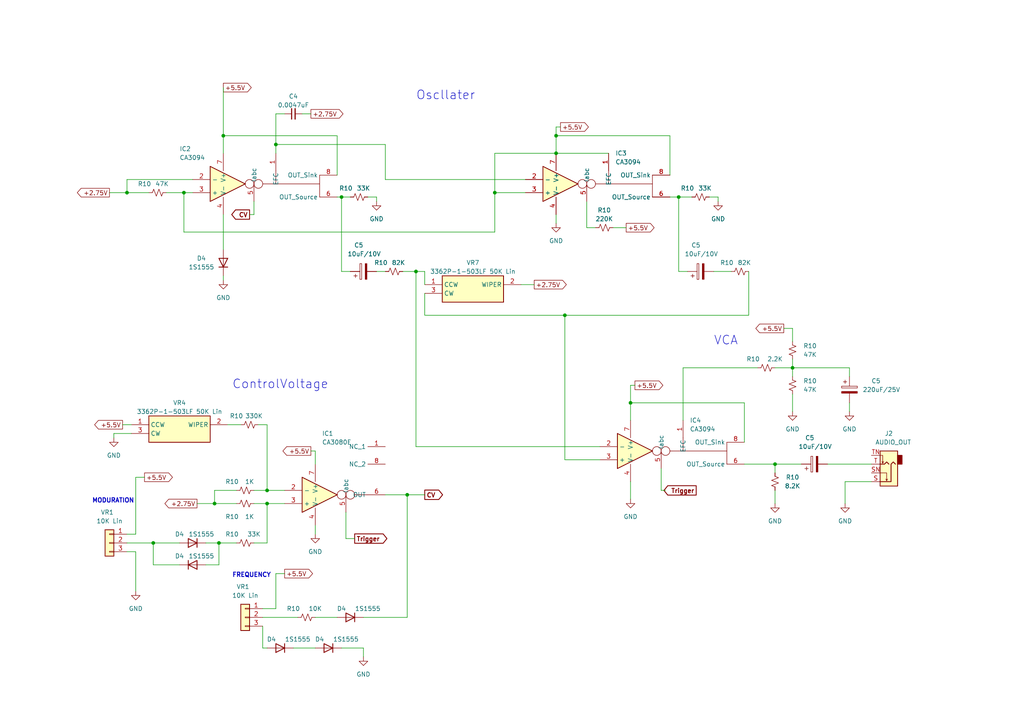
<source format=kicad_sch>
(kicad_sch (version 20230121) (generator eeschema)
  (paper "A4")
  (lib_symbols
    (symbol "Connector_Audio:NMJ4HFD2"
      (property "Reference" "J" (at 0 11.43 0))
      (property "Value" "NMJ4HFD2" (at 0 8.89 0))
      (symbol "NMJ4HFD2_0_1"
        (rectangle (start -2.54 0) (end -3.81 -2.54) (stroke (width 0.254)) (fill (type outline)))
        (rectangle (start 2.54 6.35) (end -2.54 -3.81) (stroke (width 0.254)) (fill (type background)))
      )
      (symbol "NMJ4HFD2_1_1"
        (polyline (pts (xy 0.635 4.826) (xy 0.889 4.318)))
        (polyline (pts (xy 1.778 -0.254) (xy 2.032 -0.762)))
        (polyline (pts (xy 0 0) (xy 0.635 -0.635) (xy 1.27 0) (xy 2.54 0)) (stroke (width 0.254)))
        (polyline (pts (xy 2.54 -2.54) (xy 1.778 -2.54) (xy 1.778 -0.254) (xy 1.524 -0.762)))
        (polyline (pts (xy 2.54 2.54) (xy 0.635 2.54) (xy 0.635 4.826) (xy 0.381 4.318)))
        (polyline (pts (xy 2.54 5.08) (xy -0.635 5.08) (xy -0.635 0) (xy -1.27 -0.635) (xy -1.905 0)) (stroke (width 0.254)))
        (pin passive line (at 5.08 5.08 180) (length 2.54) (name "~") (number "S"))
        (pin passive line (at 5.08 2.54 180) (length 2.54) (name "~") (number "SN"))
        (pin passive line (at 5.08 0 180) (length 2.54) (name "~") (number "T"))
        (pin passive line (at 5.08 -2.54 180) (length 2.54) (name "~") (number "TN"))
      )
    )
    (symbol "Connector_Generic:Conn_01x03" (pin_names (offset 1.016) hide)
      (property "Reference" "J" (at 0 5.08 0))
      (property "Value" "Conn_01x03" (at 0 -5.08 0))
      (symbol "Conn_01x03_1_1"
        (rectangle (start -1.27 -2.413) (end 0 -2.667) (stroke (width 0.1524)))
        (rectangle (start -1.27 0.127) (end 0 -0.127) (stroke (width 0.1524)))
        (rectangle (start -1.27 2.667) (end 0 2.413) (stroke (width 0.1524)))
        (rectangle (start -1.27 3.81) (end 1.27 -3.81) (stroke (width 0.254)) (fill (type background)))
        (pin passive line (at -5.08 2.54 0) (length 3.81) (name "Pin_1") (number "1"))
        (pin passive line (at -5.08 0 0) (length 3.81) (name "Pin_2") (number "2"))
        (pin passive line (at -5.08 -2.54 0) (length 3.81) (name "Pin_3") (number "3"))
      )
    )
    (symbol "Device:C_Polarized" (pin_numbers hide) (pin_names (offset 0.254))
      (property "Reference" "C" (at 0.635 2.54 0))
      (property "Value" "C_Polarized" (at 0.635 -2.54 0))
      (symbol "C_Polarized_0_1"
        (rectangle (start -2.286 0.508) (end 2.286 1.016))
        (polyline (pts (xy -1.778 2.286) (xy -0.762 2.286)))
        (polyline (pts (xy -1.27 2.794) (xy -1.27 1.778)))
        (rectangle (start 2.286 -0.508) (end -2.286 -1.016) (fill (type outline)))
      )
      (symbol "C_Polarized_1_1"
        (pin passive line (at 0 3.81 270) (length 2.794) (name "~") (number "1"))
        (pin passive line (at 0 -3.81 90) (length 2.794) (name "~") (number "2"))
      )
    )
    (symbol "Device:C_Small" (pin_numbers hide) (pin_names (offset 0.254) hide)
      (property "Reference" "C" (at 0.254 1.778 0))
      (property "Value" "C_Small" (at 0.254 -2.032 0))
      (symbol "C_Small_0_1"
        (polyline (pts (xy -1.524 -0.508) (xy 1.524 -0.508)) (stroke (width 0.3302)))
        (polyline (pts (xy -1.524 0.508) (xy 1.524 0.508)) (stroke (width 0.3048)))
      )
      (symbol "C_Small_1_1"
        (pin passive line (at 0 2.54 270) (length 2.032) (name "~") (number "1"))
        (pin passive line (at 0 -2.54 90) (length 2.032) (name "~") (number "2"))
      )
    )
    (symbol "Device:D" (pin_numbers hide) (pin_names (offset 1.016) hide)
      (property "Reference" "D" (at 0 2.54 0))
      (property "Value" "D" (at 0 -2.54 0))
      (symbol "D_0_1"
        (polyline (pts (xy -1.27 1.27) (xy -1.27 -1.27)) (stroke (width 0.254)))
        (polyline (pts (xy 1.27 0) (xy -1.27 0)))
        (polyline (pts (xy 1.27 1.27) (xy 1.27 -1.27) (xy -1.27 0) (xy 1.27 1.27)) (stroke (width 0.254)))
      )
      (symbol "D_1_1"
        (pin passive line (at -3.81 0 0) (length 2.54) (name "K") (number "1"))
        (pin passive line (at 3.81 0 180) (length 2.54) (name "A") (number "2"))
      )
    )
    (symbol "Device:R_Small_US" (pin_numbers hide) (pin_names (offset 0.254) hide)
      (property "Reference" "R" (at 0.762 0.508 0))
      (property "Value" "R_Small_US" (at 0.762 -1.016 0))
      (symbol "R_Small_US_1_1"
        (polyline (pts (xy 0 0) (xy 1.016 -0.381) (xy 0 -0.762) (xy -1.016 -1.143) (xy 0 -1.524)))
        (polyline (pts (xy 0 1.524) (xy 1.016 1.143) (xy 0 0.762) (xy -1.016 0.381) (xy 0 0)))
        (pin passive line (at 0 2.54 270) (length 1.016) (name "~") (number "1"))
        (pin passive line (at 0 -2.54 90) (length 1.016) (name "~") (number "2"))
      )
    )
    (symbol "SamacSys_Parts:3362P-1-103LF"
      (property "Reference" "VR" (at 24.13 7.62 0))
      (property "Value" "3362P-1-103LF" (at 24.13 5.08 0))
      (symbol "3362P-1-103LF_1_1"
        (rectangle (start 5.08 2.54) (end 22.86 -5.08) (stroke (width 0.254)) (fill (type background)))
        (pin passive line (at 0 0 0) (length 5.08) (name "CCW") (number "1"))
        (pin passive line (at 27.94 0 180) (length 5.08) (name "WIPER") (number "2"))
        (pin passive line (at 0 -2.54 0) (length 5.08) (name "CW") (number "3"))
      )
    )
    (symbol "SamacSys_Parts:CA3080E"
      (property "Reference" "IC" (at -12.7 11.43 0))
      (property "Value" "CA3080E" (at -12.7 8.89 0))
      (symbol "CA3080E_0_1"
        (polyline (pts (xy 15.24 0) (xy 11.43 0)))
        (polyline (pts (xy 6.35 0) (xy -3.81 -5.08) (xy -3.81 5.08) (xy 6.35 0)) (stroke (width 0.254)) (fill (type background)))
        (circle (center 7.62 0) (radius 1.27))
        (circle (center 10.16 0) (radius 1.27))
      )
      (symbol "CA3080E_1_1"
        (pin passive line (at 20.32 13.97 180) (length 5.08) (name "NC_1") (number "1"))
        (pin passive line (at -8.89 1.27 0) (length 5.08) (name "-") (number "2"))
        (pin passive line (at -8.89 -2.54 0) (length 5.08) (name "+") (number "3"))
        (pin passive line (at 0 -8.89 90) (length 5.08) (name "V-") (number "4"))
        (pin passive line (at 8.89 -5.08 90) (length 5.08) (name "Iabc") (number "5"))
        (pin passive line (at 20.32 0 180) (length 5.08) (name "OUT") (number "6"))
        (pin passive line (at 0 8.89 270) (length 5.08) (name "V+") (number "7"))
        (pin passive line (at 20.32 8.89 180) (length 5.08) (name "NC_2") (number "8"))
      )
    )
    (symbol "SamacSys_Parts:CA3094"
      (property "Reference" "IC" (at -12.7 11.43 0))
      (property "Value" "CA3094" (at -12.7 8.89 0))
      (symbol "CA3094_0_1"
        (polyline (pts (xy 15.24 3.81) (xy 15.24 0)))
        (polyline (pts (xy 27.94 0) (xy 11.43 0)))
        (polyline (pts (xy 27.94 2.54) (xy 27.94 -3.81)))
        (polyline (pts (xy 6.35 0) (xy -3.81 -5.08) (xy -3.81 5.08) (xy 6.35 0)) (stroke (width 0.254)) (fill (type background)))
        (circle (center 7.62 0) (radius 1.27))
        (circle (center 10.16 0) (radius 1.27))
      )
      (symbol "CA3094_1_1"
        (pin passive line (at 15.24 8.89 270) (length 5.08) (name "EFC") (number "1"))
        (pin passive line (at -8.89 1.27 0) (length 5.08) (name "-") (number "2"))
        (pin passive line (at -8.89 -2.54 0) (length 5.08) (name "+") (number "3"))
        (pin passive line (at 0 -8.89 90) (length 5.08) (name "V-") (number "4"))
        (pin passive line (at 8.89 -5.08 90) (length 5.08) (name "Iabc") (number "5"))
        (pin passive line (at 33.02 -3.81 180) (length 5.08) (name "OUT_Source") (number "6"))
        (pin passive line (at 0 8.89 270) (length 5.08) (name "V+") (number "7"))
        (pin passive line (at 33.02 2.54 180) (length 5.08) (name "OUT_Sink") (number "8"))
      )
    )
    (symbol "power:GND" (power) (pin_names (offset 0))
      (property "Value" "GND" (at 0 -3.81 0))
      (symbol "GND_0_1"
        (polyline (pts (xy 0 0) (xy 0 -1.27) (xy 1.27 -1.27) (xy 0 -2.54) (xy -1.27 -1.27) (xy 0 -1.27)))
      )
      (symbol "GND_1_1"
        (pin power_in line (at 0 0 270) (length 0) hide (name "GND") (number "1"))
      )
    )
  )
  (junction (at 161.29 39.37))
  (junction (at 36.83 55.88))
  (junction (at 229.87 106.68))
  (junction (at 118.11 143.51))
  (junction (at 64.77 39.37))
  (junction (at 62.23 146.05))
  (junction (at 99.06 57.15))
  (junction (at 196.85 57.15))
  (junction (at 224.79 134.62))
  (junction (at 80.01 41.91))
  (junction (at 120.65 78.74))
  (junction (at 161.29 44.45))
  (junction (at 77.47 142.24))
  (junction (at 63.5 157.48))
  (junction (at 53.34 55.88))
  (junction (at 77.47 146.05))
  (junction (at 44.45 157.48))
  (junction (at 182.88 116.84))
  (junction (at 163.83 91.44))
  (junction (at 143.51 55.88))
  (wire (pts (xy 36.83 52.07) (xy 36.83 55.88)))
  (wire (pts (xy 73.66 157.48) (xy 77.47 157.48)))
  (wire (pts (xy 163.83 91.44) (xy 123.19 91.44)))
  (wire (pts (xy 102.87 156.21) (xy 100.33 156.21)))
  (wire (pts (xy 44.45 163.83) (xy 44.45 157.48)))
  (wire (pts (xy 77.47 157.48) (xy 77.47 146.05)))
  (wire (pts (xy 62.23 142.24) (xy 62.23 146.05)))
  (wire (pts (xy 99.06 187.96) (xy 105.41 187.96)))
  (wire (pts (xy 229.87 104.14) (xy 229.87 106.68)))
  (wire (pts (xy 59.69 157.48) (xy 63.5 157.48)))
  (wire (pts (xy 172.72 66.04) (xy 170.18 66.04)))
  (wire (pts (xy 73.66 142.24) (xy 77.47 142.24)))
  (wire (pts (xy 76.2 179.07) (xy 86.36 179.07)))
  (wire (pts (xy 246.38 116.84) (xy 246.38 119.38)))
  (wire (pts (xy 161.29 44.45) (xy 143.51 44.45)))
  (wire (pts (xy 176.53 44.45) (xy 161.29 44.45)))
  (wire (pts (xy 193.04 142.24) (xy 191.77 142.24)))
  (wire (pts (xy 64.77 62.23) (xy 64.77 72.39)))
  (wire (pts (xy 161.29 36.83) (xy 161.29 39.37)))
  (wire (pts (xy 224.79 134.62) (xy 232.41 134.62)))
  (wire (pts (xy 215.9 128.27) (xy 215.9 116.84)))
  (wire (pts (xy 215.9 134.62) (xy 224.79 134.62)))
  (wire (pts (xy 182.88 111.76) (xy 182.88 116.84)))
  (wire (pts (xy 76.2 187.96) (xy 77.47 187.96)))
  (wire (pts (xy 217.17 78.74) (xy 217.17 91.44)))
  (wire (pts (xy 161.29 39.37) (xy 161.29 44.45)))
  (wire (pts (xy 73.66 62.23) (xy 72.39 62.23)))
  (wire (pts (xy 118.11 179.07) (xy 118.11 143.51)))
  (wire (pts (xy 66.04 123.19) (xy 69.85 123.19)))
  (wire (pts (xy 62.23 146.05) (xy 68.58 146.05)))
  (wire (pts (xy 63.5 157.48) (xy 68.58 157.48)))
  (wire (pts (xy 116.84 78.74) (xy 120.65 78.74)))
  (wire (pts (xy 224.79 134.62) (xy 224.79 137.16)))
  (wire (pts (xy 118.11 143.51) (xy 111.76 143.51)))
  (wire (pts (xy 252.73 139.7) (xy 245.11 139.7)))
  (wire (pts (xy 105.41 187.96) (xy 105.41 190.5)))
  (wire (pts (xy 152.4 52.07) (xy 111.76 52.07)))
  (wire (pts (xy 151.13 82.55) (xy 154.94 82.55)))
  (wire (pts (xy 143.51 44.45) (xy 143.51 55.88)))
  (wire (pts (xy 48.26 55.88) (xy 53.34 55.88)))
  (wire (pts (xy 53.34 55.88) (xy 53.34 67.31)))
  (wire (pts (xy 198.12 106.68) (xy 198.12 121.92)))
  (wire (pts (xy 38.1 125.73) (xy 33.02 125.73)))
  (wire (pts (xy 184.15 111.76) (xy 182.88 111.76)))
  (wire (pts (xy 90.17 130.81) (xy 91.44 130.81)))
  (wire (pts (xy 63.5 163.83) (xy 59.69 163.83)))
  (wire (pts (xy 85.09 187.96) (xy 91.44 187.96)))
  (wire (pts (xy 77.47 146.05) (xy 82.55 146.05)))
  (wire (pts (xy 39.37 160.02) (xy 39.37 171.45)))
  (wire (pts (xy 246.38 106.68) (xy 246.38 109.22)))
  (wire (pts (xy 123.19 143.51) (xy 118.11 143.51)))
  (wire (pts (xy 143.51 67.31) (xy 143.51 55.88)))
  (wire (pts (xy 194.31 57.15) (xy 196.85 57.15)))
  (wire (pts (xy 97.79 50.8) (xy 97.79 39.37)))
  (wire (pts (xy 87.63 33.02) (xy 90.17 33.02)))
  (wire (pts (xy 224.79 106.68) (xy 229.87 106.68)))
  (wire (pts (xy 182.88 116.84) (xy 182.88 121.92)))
  (wire (pts (xy 161.29 62.23) (xy 161.29 64.77)))
  (wire (pts (xy 91.44 179.07) (xy 97.79 179.07)))
  (wire (pts (xy 194.31 39.37) (xy 161.29 39.37)))
  (wire (pts (xy 36.83 157.48) (xy 44.45 157.48)))
  (wire (pts (xy 91.44 130.81) (xy 91.44 134.62)))
  (wire (pts (xy 163.83 133.35) (xy 173.99 133.35)))
  (wire (pts (xy 97.79 39.37) (xy 64.77 39.37)))
  (wire (pts (xy 80.01 176.53) (xy 76.2 176.53)))
  (wire (pts (xy 80.01 41.91) (xy 80.01 44.45)))
  (wire (pts (xy 99.06 78.74) (xy 99.06 57.15)))
  (wire (pts (xy 229.87 106.68) (xy 246.38 106.68)))
  (wire (pts (xy 229.87 95.25) (xy 229.87 99.06)))
  (wire (pts (xy 64.77 80.01) (xy 64.77 81.28)))
  (wire (pts (xy 182.88 139.7) (xy 182.88 144.78)))
  (wire (pts (xy 229.87 106.68) (xy 229.87 109.22)))
  (wire (pts (xy 64.77 25.4) (xy 64.77 39.37)))
  (wire (pts (xy 36.83 160.02) (xy 39.37 160.02)))
  (wire (pts (xy 100.33 156.21) (xy 100.33 148.59)))
  (wire (pts (xy 111.76 52.07) (xy 111.76 41.91)))
  (wire (pts (xy 64.77 39.37) (xy 64.77 44.45)))
  (wire (pts (xy 173.99 129.54) (xy 120.65 129.54)))
  (wire (pts (xy 191.77 135.89) (xy 191.77 142.24)))
  (wire (pts (xy 217.17 91.44) (xy 163.83 91.44)))
  (wire (pts (xy 31.75 55.88) (xy 36.83 55.88)))
  (wire (pts (xy 74.93 123.19) (xy 77.47 123.19)))
  (wire (pts (xy 36.83 55.88) (xy 43.18 55.88)))
  (wire (pts (xy 196.85 57.15) (xy 196.85 78.74)))
  (wire (pts (xy 123.19 91.44) (xy 123.19 85.09)))
  (wire (pts (xy 80.01 166.37) (xy 80.01 176.53)))
  (wire (pts (xy 39.37 138.43) (xy 41.91 138.43)))
  (wire (pts (xy 205.74 57.15) (xy 208.28 57.15)))
  (wire (pts (xy 162.56 36.83) (xy 161.29 36.83)))
  (wire (pts (xy 68.58 142.24) (xy 62.23 142.24)))
  (wire (pts (xy 120.65 78.74) (xy 123.19 78.74)))
  (wire (pts (xy 215.9 116.84) (xy 182.88 116.84)))
  (wire (pts (xy 227.33 95.25) (xy 229.87 95.25)))
  (wire (pts (xy 82.55 33.02) (xy 80.01 33.02)))
  (wire (pts (xy 109.22 57.15) (xy 109.22 58.42)))
  (wire (pts (xy 120.65 129.54) (xy 120.65 78.74)))
  (wire (pts (xy 106.68 57.15) (xy 109.22 57.15)))
  (wire (pts (xy 76.2 181.61) (xy 76.2 187.96)))
  (wire (pts (xy 39.37 154.94) (xy 39.37 138.43)))
  (wire (pts (xy 123.19 78.74) (xy 123.19 82.55)))
  (wire (pts (xy 163.83 91.44) (xy 163.83 133.35)))
  (wire (pts (xy 73.66 146.05) (xy 77.47 146.05)))
  (wire (pts (xy 77.47 123.19) (xy 77.47 142.24)))
  (wire (pts (xy 36.83 52.07) (xy 55.88 52.07)))
  (wire (pts (xy 224.79 142.24) (xy 224.79 146.05)))
  (wire (pts (xy 99.06 57.15) (xy 101.6 57.15)))
  (wire (pts (xy 219.71 106.68) (xy 198.12 106.68)))
  (wire (pts (xy 194.31 50.8) (xy 194.31 39.37)))
  (wire (pts (xy 109.22 78.74) (xy 111.76 78.74)))
  (wire (pts (xy 105.41 179.07) (xy 118.11 179.07)))
  (wire (pts (xy 97.79 57.15) (xy 99.06 57.15)))
  (wire (pts (xy 33.02 125.73) (xy 33.02 127)))
  (wire (pts (xy 91.44 152.4) (xy 91.44 154.94)))
  (wire (pts (xy 53.34 55.88) (xy 55.88 55.88)))
  (wire (pts (xy 73.66 58.42) (xy 73.66 62.23)))
  (wire (pts (xy 111.76 41.91) (xy 80.01 41.91)))
  (wire (pts (xy 199.39 78.74) (xy 196.85 78.74)))
  (wire (pts (xy 207.01 78.74) (xy 212.09 78.74)))
  (wire (pts (xy 36.83 154.94) (xy 39.37 154.94)))
  (wire (pts (xy 77.47 142.24) (xy 82.55 142.24)))
  (wire (pts (xy 82.55 166.37) (xy 80.01 166.37)))
  (wire (pts (xy 44.45 157.48) (xy 52.07 157.48)))
  (wire (pts (xy 196.85 57.15) (xy 200.66 57.15)))
  (wire (pts (xy 57.15 146.05) (xy 62.23 146.05)))
  (wire (pts (xy 208.28 57.15) (xy 208.28 58.42)))
  (wire (pts (xy 101.6 78.74) (xy 99.06 78.74)))
  (wire (pts (xy 52.07 163.83) (xy 44.45 163.83)))
  (wire (pts (xy 80.01 33.02) (xy 80.01 41.91)))
  (wire (pts (xy 177.8 66.04) (xy 181.61 66.04)))
  (wire (pts (xy 63.5 157.48) (xy 63.5 163.83)))
  (wire (pts (xy 170.18 66.04) (xy 170.18 58.42)))
  (wire (pts (xy 53.34 67.31) (xy 143.51 67.31)))
  (wire (pts (xy 245.11 139.7) (xy 245.11 146.05)))
  (wire (pts (xy 35.56 123.19) (xy 38.1 123.19)))
  (wire (pts (xy 143.51 55.88) (xy 152.4 55.88)))
  (wire (pts (xy 240.03 134.62) (xy 252.73 134.62)))
  (wire (pts (xy 229.87 114.3) (xy 229.87 119.38)))
  (text "VCA" (at 207.01 100.33 0) (effects (font (size 2.54 2.54)) (justify left bottom)))
  (text "Oscllater" (at 120.65 29.21 0) (effects (font (size 2.54 2.54)) (justify left bottom)))
  (text "MODURATION" (at 26.67 146.05 0) (effects (font (size 1.27 1.27) bold) (justify left bottom)))
  (text "FREQUENCY" (at 67.31 167.64 0) (effects (font (size 1.27 1.27) bold) (justify left bottom)))
  (text "ControlVoltage" (at 67.31 113.03 0) (effects (font (size 2.54 2.54)) (justify left bottom)))
  (global_label "+5.5V" (shape output) (at 162.56 36.83 0) (property "Intersheetrefs" "${INTERSHEET_REFS}" (effects hide)))
  (global_label "+2.75V" (shape output) (at 57.15 146.05 180) (property "Intersheetrefs" "${INTERSHEET_REFS}" (effects hide)))
  (global_label "+5.5V" (shape output) (at 41.91 138.43 0) (property "Intersheetrefs" "${INTERSHEET_REFS}" (effects hide)))
  (global_label "CV" (shape output) (at 72.39 62.23 180) (effects (font bold)) (property "Intersheetrefs" "${INTERSHEET_REFS}" (effects hide)))
  (global_label "+5.5V" (shape output) (at 90.17 130.81 180) (property "Intersheetrefs" "${INTERSHEET_REFS}" (effects hide)))
  (global_label "CV" (shape output) (at 123.19 143.51 0) (effects (font bold)) (property "Intersheetrefs" "${INTERSHEET_REFS}" (effects hide)))
  (global_label "+5.5V" (shape output) (at 82.55 166.37 0) (property "Intersheetrefs" "${INTERSHEET_REFS}" (effects hide)))
  (global_label "+2.75V" (shape output) (at 31.75 55.88 180) (property "Intersheetrefs" "${INTERSHEET_REFS}" (effects hide)))
  (global_label "+5.5V" (shape output) (at 181.61 66.04 0) (property "Intersheetrefs" "${INTERSHEET_REFS}" (effects hide)))
  (global_label "Trigger" (shape output) (at 201.93 142.24 180) (effects (font bold)) (property "Intersheetrefs" "${INTERSHEET_REFS}" (effects hide)))
  (global_label "+5.5V" (shape output) (at 35.56 123.19 180) (property "Intersheetrefs" "${INTERSHEET_REFS}" (effects hide)))
  (global_label "+5.5V" (shape output) (at 64.77 25.4 0) (property "Intersheetrefs" "${INTERSHEET_REFS}" (effects hide)))
  (global_label "Trigger" (shape output) (at 102.87 156.21 0) (effects (font bold)) (property "Intersheetrefs" "${INTERSHEET_REFS}" (effects hide)))
  (global_label "+5.5V" (shape output) (at 227.33 95.25 180) (property "Intersheetrefs" "${INTERSHEET_REFS}" (effects hide)))
  (global_label "+5.5V" (shape output) (at 184.15 111.76 0) (property "Intersheetrefs" "${INTERSHEET_REFS}" (effects hide)))
  (global_label "+2.75V" (shape output) (at 154.94 82.55 0) (property "Intersheetrefs" "${INTERSHEET_REFS}" (effects hide)))
  (global_label "+2.75V" (shape output) (at 90.17 33.02 0) (property "Intersheetrefs" "${INTERSHEET_REFS}" (effects hide)))
  (symbol (lib_id "Device:R_Small_US") (at 203.2 57.15 270) (unit 1)
    (property "Reference" "R10" (at 199.39 54.61 90))
    (property "Value" "33K" (at 204.47 54.61 90))
    (property "Footprint" "Resistor_THT:R_Axial_DIN0207_L6.3mm_D2.5mm_P10.16mm_Horizontal" (effects hide))
    (instances (project "Effector81_SynthDrum" (path "" (reference "R10") (unit 1)) (path "" (reference "R10") (unit 1)) (path "" (reference "R20") (unit 1))))
  )
  (symbol (lib_id "Device:D") (at 95.25 187.96 180) (unit 1)
    (property "Reference" "D4" (at 92.71 185.42 0))
    (property "Value" "1S1555" (at 100.33 185.42 0))
    (property "Footprint" "Diode_THT:D_DO-35_SOD27_P7.62mm_Horizontal" (effects hide))
    (property "Sim.Device" "D" (effects hide))
    (property "Sim.Pins" "1=K 2=A" (effects hide))
    (instances (project "Effector81_SynthDrum" (path "" (reference "D4") (unit 1)) (path "" (reference "D4") (unit 1)) (path "" (reference "D9") (unit 1))))
  )
  (symbol (lib_id "Device:R_Small_US") (at 71.12 146.05 270) (unit 1)
    (property "Reference" "R10" (at 67.31 149.86 90))
    (property "Value" "1K" (at 72.39 149.86 90))
    (property "Footprint" "Resistor_THT:R_Axial_DIN0207_L6.3mm_D2.5mm_P10.16mm_Horizontal" (effects hide))
    (instances (project "Effector81_SynthDrum" (path "" (reference "R10") (unit 1)) (path "" (reference "R10") (unit 1)) (path "" (reference "R12") (unit 1))))
  )
  (symbol (lib_id "Device:R_Small_US") (at 229.87 111.76 0) (unit 1)
    (property "Reference" "R10" (at 234.95 110.49 0))
    (property "Value" "47K" (at 234.95 113.03 0))
    (property "Footprint" "Resistor_THT:R_Axial_DIN0207_L6.3mm_D2.5mm_P10.16mm_Horizontal" (effects hide))
    (instances (project "Effector81_SynthDrum" (path "" (reference "R10") (unit 1)) (path "" (reference "R10") (unit 1)) (path "" (reference "R24") (unit 1))))
  )
  (symbol (lib_id "power:GND") (at 229.87 119.38 0) (unit 1)
    (property "Reference" "#PWR03" (effects hide))
    (property "Value" "GND" (at 229.87 124.46 0))
    (instances (project "Effector81_SynthDrum" (path "" (reference "#PWR03") (unit 1)) (path "" (reference "#PWR03") (unit 1)) (path "" (reference "#PWR016") (unit 1))))
  )
  (symbol (lib_id "Device:R_Small_US") (at 114.3 78.74 270) (unit 1)
    (property "Reference" "R10" (at 110.49 76.2 90))
    (property "Value" "82K" (at 115.57 76.2 90))
    (property "Footprint" "Resistor_THT:R_Axial_DIN0207_L6.3mm_D2.5mm_P10.16mm_Horizontal" (effects hide))
    (instances (project "Effector81_SynthDrum" (path "" (reference "R10") (unit 1)) (path "" (reference "R10") (unit 1)) (path "" (reference "R18") (unit 1))))
  )
  (symbol (lib_id "power:GND") (at 91.44 154.94 0) (unit 1)
    (property "Reference" "#PWR03" (effects hide))
    (property "Value" "GND" (at 91.44 160.02 0))
    (instances (project "Effector81_SynthDrum" (path "" (reference "#PWR03") (unit 1)) (path "" (reference "#PWR03") (unit 1)) (path "" (reference "#PWR07") (unit 1))))
  )
  (symbol (lib_id "Connector_Audio:NMJ4HFD2") (at 257.81 134.62 180) (unit 1)
    (property "Reference" "J2" (at 257.81 125.73 0))
    (property "Value" "AUDIO_OUT" (at 259.08 128.27 0))
    (property "Footprint" "Connector_Audio:Jack_6.35mm_Neutrik_NMJ4HFD2_Horizontal" (effects hide))
    (property "Datasheet" "https://www.neutrik.com/en/product/nmj4hfd2" (effects hide))
  )
  (symbol (lib_id "Connector_Generic:Conn_01x03") (at 31.75 157.48 0) (mirror y) (unit 1)
    (property "Reference" "VR1" (at 29.21 148.59 0) (effects (justify right)))
    (property "Value" "10K Lin" (at 27.94 151.13 0) (effects (justify right)))
    (property "Footprint" "Connector_PinHeader_2.54mm:PinHeader_1x03_P2.54mm_Vertical" (effects hide))
    (instances (project "Effector81_SynthDrum" (path "" (reference "VR1") (unit 1)) (path "" (reference "VR5") (unit 1))))
  )
  (symbol (lib_id "SamacSys_Parts:CA3080E") (at 91.44 143.51 0) (unit 1)
    (property "Reference" "IC1" (at 93.3959 125.73 0) (effects (justify left)))
    (property "Value" "CA3080E" (at 93.3959 128.27 0) (effects (justify left)))
    (property "Footprint" "DIP794W56P254L958H533Q8N" (effects hide))
    (property "Datasheet" "https://www.futurlec.com/Linear/CA3080E.shtml" (effects hide))
    (property "Height" "5.33" (effects hide))
    (property "Manufacturer_Name" "Renesas Electronics" (effects hide))
    (property "Manufacturer_Part_Number" "CA3080E" (effects hide))
    (property "Mouser Part Number" "N/A" (effects hide))
    (property "Mouser Price/Stock" "https://www.mouser.co.uk/ProductDetail/Renesas-Intersil/CA3080E?qs=B4b5rvZIvWUEKRy5%2Ffpy4g%3D%3D" (effects hide))
  )
  (symbol (lib_id "power:GND") (at 182.88 144.78 0) (unit 1)
    (property "Reference" "#PWR03" (effects hide))
    (property "Value" "GND" (at 182.88 149.86 0))
    (instances (project "Effector81_SynthDrum" (path "" (reference "#PWR03") (unit 1)) (path "" (reference "#PWR03") (unit 1)) (path "" (reference "#PWR010") (unit 1))))
  )
  (symbol (lib_id "power:GND") (at 245.11 146.05 0) (unit 1)
    (property "Reference" "#PWR03" (effects hide))
    (property "Value" "GND" (at 245.11 151.13 0))
    (instances (project "Effector81_SynthDrum" (path "" (reference "#PWR03") (unit 1)) (path "" (reference "#PWR03") (unit 1)) (path "" (reference "#PWR019") (unit 1))))
  )
  (symbol (lib_id "power:GND") (at 246.38 119.38 0) (unit 1)
    (property "Reference" "#PWR03" (effects hide))
    (property "Value" "GND" (at 246.38 124.46 0))
    (instances (project "Effector81_SynthDrum" (path "" (reference "#PWR03") (unit 1)) (path "" (reference "#PWR03") (unit 1)) (path "" (reference "#PWR017") (unit 1))))
  )
  (symbol (lib_id "power:GND") (at 39.37 171.45 0) (unit 1)
    (property "Reference" "#PWR03" (effects hide))
    (property "Value" "GND" (at 39.37 176.53 0))
    (instances (project "Effector81_SynthDrum" (path "" (reference "#PWR03") (unit 1)) (path "" (reference "#PWR03") (unit 1)) (path "" (reference "#PWR012") (unit 1))))
  )
  (symbol (lib_id "Device:C_Polarized") (at 203.2 78.74 90) (unit 1)
    (property "Reference" "C5" (at 203.2 71.12 90) (effects (justify left)))
    (property "Value" "10uF/10V" (at 208.28 73.66 90) (effects (justify left)))
    (property "Footprint" "Capacitor_THT:CP_Radial_D5.0mm_P2.00mm" (effects hide))
    (instances (project "Effector81_SynthDrum" (path "" (reference "C5") (unit 1)) (path "" (reference "C5") (unit 1)) (path "" (reference "C9") (unit 1))))
  )
  (symbol (lib_id "Device:C_Polarized") (at 105.41 78.74 90) (unit 1)
    (property "Reference" "C5" (at 105.41 71.12 90) (effects (justify left)))
    (property "Value" "10uF/10V" (at 110.49 73.66 90) (effects (justify left)))
    (property "Footprint" "Capacitor_THT:CP_Radial_D5.0mm_P2.00mm" (effects hide))
    (instances (project "Effector81_SynthDrum" (path "" (reference "C5") (unit 1)) (path "" (reference "C5") (unit 1)) (path "" (reference "C7") (unit 1))))
  )
  (symbol (lib_id "Device:R_Small_US") (at 229.87 101.6 0) (unit 1)
    (property "Reference" "R10" (at 234.95 100.33 0))
    (property "Value" "47K" (at 234.95 102.87 0))
    (property "Footprint" "Resistor_THT:R_Axial_DIN0207_L6.3mm_D2.5mm_P10.16mm_Horizontal" (effects hide))
    (instances (project "Effector81_SynthDrum" (path "" (reference "R10") (unit 1)) (path "" (reference "R10") (unit 1)) (path "" (reference "R22") (unit 1))))
  )
  (symbol (lib_id "Device:C_Polarized") (at 236.22 134.62 90) (unit 1)
    (property "Reference" "C5" (at 236.22 127 90) (effects (justify left)))
    (property "Value" "10uF/10V" (at 241.3 129.54 90) (effects (justify left)))
    (property "Footprint" "Capacitor_THT:CP_Radial_D5.0mm_P2.00mm" (effects hide))
    (instances (project "Effector81_SynthDrum" (path "" (reference "C5") (unit 1)) (path "" (reference "C5") (unit 1)) (path "" (reference "C11") (unit 1))))
  )
  (symbol (lib_id "power:GND") (at 208.28 58.42 0) (unit 1)
    (property "Reference" "#PWR03" (effects hide))
    (property "Value" "GND" (at 208.28 63.5 0))
    (instances (project "Effector81_SynthDrum" (path "" (reference "#PWR03") (unit 1)) (path "" (reference "#PWR03") (unit 1)) (path "" (reference "#PWR015") (unit 1))))
  )
  (symbol (lib_id "Device:C_Small") (at 85.09 33.02 90) (unit 1)
    (property "Reference" "C4" (at 85.0963 27.94 90))
    (property "Value" "0.0047uF" (at 85.0963 30.48 90))
    (property "Footprint" "Capacitor_THT:C_Axial_L3.8mm_D2.6mm_P7.50mm_Horizontal" (effects hide))
    (instances (project "Effector81_SynthDrum" (path "" (reference "C4") (unit 1)) (path "" (reference "C4") (unit 1)) (path "" (reference "C8") (unit 1))))
  )
  (symbol (lib_id "power:GND") (at 64.77 81.28 0) (unit 1)
    (property "Reference" "#PWR03" (effects hide))
    (property "Value" "GND" (at 64.77 86.36 0))
    (instances (project "Effector81_SynthDrum" (path "" (reference "#PWR03") (unit 1)) (path "" (reference "#PWR03") (unit 1)) (path "" (reference "#PWR08") (unit 1))))
  )
  (symbol (lib_id "Device:D") (at 101.6 179.07 180) (unit 1)
    (property "Reference" "D4" (at 99.06 176.53 0))
    (property "Value" "1S1555" (at 106.68 176.53 0))
    (property "Footprint" "Diode_THT:D_DO-35_SOD27_P7.62mm_Horizontal" (effects hide))
    (property "Sim.Device" "D" (effects hide))
    (property "Sim.Pins" "1=K 2=A" (effects hide))
    (instances (project "Effector81_SynthDrum" (path "" (reference "D4") (unit 1)) (path "" (reference "D4") (unit 1)) (path "" (reference "D10") (unit 1))))
  )
  (symbol (lib_id "Device:D") (at 81.28 187.96 180) (unit 1)
    (property "Reference" "D4" (at 78.74 185.42 0))
    (property "Value" "1S1555" (at 86.36 185.42 0))
    (property "Footprint" "Diode_THT:D_DO-35_SOD27_P7.62mm_Horizontal" (effects hide))
    (property "Sim.Device" "D" (effects hide))
    (property "Sim.Pins" "1=K 2=A" (effects hide))
    (instances (project "Effector81_SynthDrum" (path "" (reference "D4") (unit 1)) (path "" (reference "D4") (unit 1)) (path "" (reference "D8") (unit 1))))
  )
  (symbol (lib_id "Device:R_Small_US") (at 224.79 139.7 0) (unit 1)
    (property "Reference" "R10" (at 229.87 138.43 0))
    (property "Value" "8.2K" (at 229.87 140.97 0))
    (property "Footprint" "Resistor_THT:R_Axial_DIN0207_L6.3mm_D2.5mm_P10.16mm_Horizontal" (effects hide))
    (instances (project "Effector81_SynthDrum" (path "" (reference "R10") (unit 1)) (path "" (reference "R10") (unit 1)) (path "" (reference "R25") (unit 1))))
  )
  (symbol (lib_id "Device:R_Small_US") (at 222.25 106.68 90) (unit 1)
    (property "Reference" "R10" (at 218.44 104.14 90))
    (property "Value" "2.2K" (at 224.79 104.14 90))
    (property "Footprint" "Resistor_THT:R_Axial_DIN0207_L6.3mm_D2.5mm_P10.16mm_Horizontal" (effects hide))
    (instances (project "Effector81_SynthDrum" (path "" (reference "R10") (unit 1)) (path "" (reference "R10") (unit 1)) (path "" (reference "R23") (unit 1))))
  )
  (symbol (lib_id "SamacSys_Parts:CA3094") (at 182.88 130.81 0) (unit 1)
    (property "Reference" "IC4" (at 200.0759 121.92 0) (effects (justify left)))
    (property "Value" "CA3094" (at 200.0759 124.46 0) (effects (justify left)))
    (property "Footprint" "DIP794W56P254L958H533Q8N" (effects hide))
    (property "Datasheet" "https://www.futurlec.com/Linear/CA3080E.shtml" (effects hide))
    (property "Height" "5.33" (effects hide))
    (property "Manufacturer_Name" "Renesas Electronics" (effects hide))
    (property "Manufacturer_Part_Number" "CA3080E" (effects hide))
    (property "Mouser Part Number" "N/A" (effects hide))
    (property "Mouser Price/Stock" "https://www.mouser.co.uk/ProductDetail/Renesas-Intersil/CA3080E?qs=B4b5rvZIvWUEKRy5%2Ffpy4g%3D%3D" (effects hide))
  )
  (symbol (lib_id "Device:D") (at 64.77 76.2 270) (mirror x) (unit 1)
    (property "Reference" "D4" (at 58.42 74.93 90))
    (property "Value" "1S1555" (at 58.42 77.47 90))
    (property "Footprint" "Diode_THT:D_DO-35_SOD27_P7.62mm_Horizontal" (effects hide))
    (property "Sim.Device" "D" (effects hide))
    (property "Sim.Pins" "1=K 2=A" (effects hide))
    (instances (project "Effector81_SynthDrum" (path "" (reference "D4") (unit 1)) (path "" (reference "D4") (unit 1)) (path "" (reference "D7") (unit 1))))
  )
  (symbol (lib_id "power:GND") (at 109.22 58.42 0) (unit 1)
    (property "Reference" "#PWR03" (effects hide))
    (property "Value" "GND" (at 109.22 63.5 0))
    (instances (project "Effector81_SynthDrum" (path "" (reference "#PWR03") (unit 1)) (path "" (reference "#PWR03") (unit 1)) (path "" (reference "#PWR014") (unit 1))))
  )
  (symbol (lib_id "power:GND") (at 224.79 146.05 0) (unit 1)
    (property "Reference" "#PWR03" (effects hide))
    (property "Value" "GND" (at 224.79 151.13 0))
    (instances (project "Effector81_SynthDrum" (path "" (reference "#PWR03") (unit 1)) (path "" (reference "#PWR03") (unit 1)) (path "" (reference "#PWR018") (unit 1))))
  )
  (symbol (lib_id "Connector_Generic:Conn_01x03") (at 71.12 179.07 0) (mirror y) (unit 1)
    (property "Reference" "VR1" (at 68.58 170.18 0) (effects (justify right)))
    (property "Value" "10K Lin" (at 67.31 172.72 0) (effects (justify right)))
    (property "Footprint" "Connector_PinHeader_2.54mm:PinHeader_1x03_P2.54mm_Vertical" (effects hide))
    (instances (project "Effector81_SynthDrum" (path "" (reference "VR1") (unit 1)) (path "" (reference "VR6") (unit 1))))
  )
  (symbol (lib_id "SamacSys_Parts:3362P-1-103LF") (at 38.1 123.19 0) (unit 1)
    (property "Reference" "VR4" (at 52.07 116.84 0))
    (property "Value" "3362P-1-503LF 50K Lin" (at 52.07 119.38 0))
    (property "Footprint" "SamacSys_Parts:3362P_1" (effects hide))
    (property "Datasheet" "https://datasheet.datasheetarchive.com/originals/distributors/SFDatasheet-6/sf-000139931.pdf" (effects hide))
    (property "Manufacturer_Name" "Bourns" (effects hide))
    (property "Manufacturer_Part_Number" "3362P-1-103LF" (effects hide))
    (property "Mouser Part Number" "652-3362P-1-103LF" (effects hide))
    (property "Mouser Price/Stock" "https://www.mouser.co.uk/ProductDetail/Bourns/3362P-1-103LF?qs=tS7CBNq%252BQ07BavGNEQud%252BA%3D%3D" (effects hide))
    (property "Arrow Part Number" "3362P-1-103LF" (effects hide))
    (property "Arrow Price/Stock" "https://www.arrow.com/en/products/3362p-1-103lf/bourns?region=europe" (effects hide))
  )
  (symbol (lib_id "SamacSys_Parts:CA3094") (at 161.29 53.34 0) (unit 1)
    (property "Reference" "IC3" (at 178.4859 44.45 0) (effects (justify left)))
    (property "Value" "CA3094" (at 178.4859 46.99 0) (effects (justify left)))
    (property "Footprint" "DIP794W56P254L958H533Q8N" (effects hide))
    (property "Datasheet" "https://www.futurlec.com/Linear/CA3080E.shtml" (effects hide))
    (property "Height" "5.33" (effects hide))
    (property "Manufacturer_Name" "Renesas Electronics" (effects hide))
    (property "Manufacturer_Part_Number" "CA3080E" (effects hide))
    (property "Mouser Part Number" "N/A" (effects hide))
    (property "Mouser Price/Stock" "https://www.mouser.co.uk/ProductDetail/Renesas-Intersil/CA3080E?qs=B4b5rvZIvWUEKRy5%2Ffpy4g%3D%3D" (effects hide))
  )
  (symbol (lib_id "Device:R_Small_US") (at 214.63 78.74 270) (unit 1)
    (property "Reference" "R10" (at 210.82 76.2 90))
    (property "Value" "82K" (at 215.9 76.2 90))
    (property "Footprint" "Resistor_THT:R_Axial_DIN0207_L6.3mm_D2.5mm_P10.16mm_Horizontal" (effects hide))
    (instances (project "Effector81_SynthDrum" (path "" (reference "R10") (unit 1)) (path "" (reference "R10") (unit 1)) (path "" (reference "R21") (unit 1))))
  )
  (symbol (lib_id "Device:D") (at 55.88 163.83 0) (mirror x) (unit 1)
    (property "Reference" "D4" (at 52.07 161.29 0))
    (property "Value" "1S1555" (at 58.42 161.29 0))
    (property "Footprint" "Diode_THT:D_DO-35_SOD27_P7.62mm_Horizontal" (effects hide))
    (property "Sim.Device" "D" (effects hide))
    (property "Sim.Pins" "1=K 2=A" (effects hide))
    (instances (project "Effector81_SynthDrum" (path "" (reference "D4") (unit 1)) (path "" (reference "D4") (unit 1)) (path "" (reference "D6") (unit 1))))
  )
  (symbol (lib_id "Device:D") (at 55.88 157.48 180) (unit 1)
    (property "Reference" "D4" (at 52.07 154.94 0))
    (property "Value" "1S1555" (at 58.42 154.94 0))
    (property "Footprint" "Diode_THT:D_DO-35_SOD27_P7.62mm_Horizontal" (effects hide))
    (property "Sim.Device" "D" (effects hide))
    (property "Sim.Pins" "1=K 2=A" (effects hide))
    (instances (project "Effector81_SynthDrum" (path "" (reference "D4") (unit 1)) (path "" (reference "D4") (unit 1)) (path "" (reference "D5") (unit 1))))
  )
  (symbol (lib_id "power:GND") (at 33.02 127 0) (unit 1)
    (property "Reference" "#PWR03" (effects hide))
    (property "Value" "GND" (at 33.02 132.08 0))
    (instances (project "Effector81_SynthDrum" (path "" (reference "#PWR03") (unit 1)) (path "" (reference "#PWR03") (unit 1)) (path "" (reference "#PWR011") (unit 1))))
  )
  (symbol (lib_id "Device:R_Small_US") (at 88.9 179.07 270) (unit 1)
    (property "Reference" "R10" (at 85.09 176.53 90))
    (property "Value" "10K" (at 91.44 176.53 90))
    (property "Footprint" "Resistor_THT:R_Axial_DIN0207_L6.3mm_D2.5mm_P10.16mm_Horizontal" (effects hide))
    (instances (project "Effector81_SynthDrum" (path "" (reference "R10") (unit 1)) (path "" (reference "R10") (unit 1)) (path "" (reference "R16") (unit 1))))
  )
  (symbol (lib_id "Device:R_Small_US") (at 104.14 57.15 270) (unit 1)
    (property "Reference" "R10" (at 100.33 54.61 90))
    (property "Value" "33K" (at 105.41 54.61 90))
    (property "Footprint" "Resistor_THT:R_Axial_DIN0207_L6.3mm_D2.5mm_P10.16mm_Horizontal" (effects hide))
    (instances (project "Effector81_SynthDrum" (path "" (reference "R10") (unit 1)) (path "" (reference "R10") (unit 1)) (path "" (reference "R17") (unit 1))))
  )
  (symbol (lib_id "Device:R_Small_US") (at 71.12 157.48 270) (unit 1)
    (property "Reference" "R10" (at 67.31 154.94 90))
    (property "Value" "33K" (at 73.66 154.94 90))
    (property "Footprint" "Resistor_THT:R_Axial_DIN0207_L6.3mm_D2.5mm_P10.16mm_Horizontal" (effects hide))
    (instances (project "Effector81_SynthDrum" (path "" (reference "R10") (unit 1)) (path "" (reference "R10") (unit 1)) (path "" (reference "R14") (unit 1))))
  )
  (symbol (lib_id "Device:R_Small_US") (at 71.12 142.24 270) (unit 1)
    (property "Reference" "R10" (at 67.31 139.7 90))
    (property "Value" "1K" (at 72.39 139.7 90))
    (property "Footprint" "Resistor_THT:R_Axial_DIN0207_L6.3mm_D2.5mm_P10.16mm_Horizontal" (effects hide))
    (instances (project "Effector81_SynthDrum" (path "" (reference "R10") (unit 1)) (path "" (reference "R10") (unit 1)) (path "" (reference "R13") (unit 1))))
  )
  (symbol (lib_id "SamacSys_Parts:CA3094") (at 64.77 53.34 0) (unit 1)
    (property "Reference" "IC2" (at 52.07 43.18 0) (effects (justify left)))
    (property "Value" "CA3094" (at 52.07 45.72 0) (effects (justify left)))
    (property "Footprint" "DIP794W56P254L958H533Q8N" (effects hide))
    (property "Datasheet" "https://www.futurlec.com/Linear/CA3080E.shtml" (effects hide))
    (property "Height" "5.33" (effects hide))
    (property "Manufacturer_Name" "Renesas Electronics" (effects hide))
    (property "Manufacturer_Part_Number" "CA3080E" (effects hide))
    (property "Mouser Part Number" "N/A" (effects hide))
    (property "Mouser Price/Stock" "https://www.mouser.co.uk/ProductDetail/Renesas-Intersil/CA3080E?qs=B4b5rvZIvWUEKRy5%2Ffpy4g%3D%3D" (effects hide))
  )
  (symbol (lib_id "power:GND") (at 161.29 64.77 0) (unit 1)
    (property "Reference" "#PWR03" (effects hide))
    (property "Value" "GND" (at 161.29 69.85 0))
    (instances (project "Effector81_SynthDrum" (path "" (reference "#PWR03") (unit 1)) (path "" (reference "#PWR03") (unit 1)) (path "" (reference "#PWR09") (unit 1))))
  )
  (symbol (lib_id "power:GND") (at 105.41 190.5 0) (unit 1)
    (property "Reference" "#PWR03" (effects hide))
    (property "Value" "GND" (at 105.41 195.58 0))
    (instances (project "Effector81_SynthDrum" (path "" (reference "#PWR03") (unit 1)) (path "" (reference "#PWR03") (unit 1)) (path "" (reference "#PWR013") (unit 1))))
  )
  (symbol (lib_id "SamacSys_Parts:3362P-1-103LF") (at 123.19 82.55 0) (unit 1)
    (property "Reference" "VR7" (at 137.16 76.2 0))
    (property "Value" "3362P-1-503LF 50K Lin" (at 137.16 78.74 0))
    (property "Footprint" "SamacSys_Parts:3362P_1" (effects hide))
    (property "Datasheet" "https://datasheet.datasheetarchive.com/originals/distributors/SFDatasheet-6/sf-000139931.pdf" (effects hide))
    (property "Manufacturer_Name" "Bourns" (effects hide))
    (property "Manufacturer_Part_Number" "3362P-1-103LF" (effects hide))
    (property "Mouser Part Number" "652-3362P-1-103LF" (effects hide))
    (property "Mouser Price/Stock" "https://www.mouser.co.uk/ProductDetail/Bourns/3362P-1-103LF?qs=tS7CBNq%252BQ07BavGNEQud%252BA%3D%3D" (effects hide))
    (property "Arrow Part Number" "3362P-1-103LF" (effects hide))
    (property "Arrow Price/Stock" "https://www.arrow.com/en/products/3362p-1-103lf/bourns?region=europe" (effects hide))
  )
  (symbol (lib_id "Device:R_Small_US") (at 45.72 55.88 270) (unit 1)
    (property "Reference" "R10" (at 41.91 53.34 90))
    (property "Value" "47K" (at 46.99 53.34 90))
    (property "Footprint" "Resistor_THT:R_Axial_DIN0207_L6.3mm_D2.5mm_P10.16mm_Horizontal" (effects hide))
    (instances (project "Effector81_SynthDrum" (path "" (reference "R10") (unit 1)) (path "" (reference "R10") (unit 1)) (path "" (reference "R8") (unit 1))))
  )
  (symbol (lib_id "Device:C_Polarized") (at 246.38 113.03 0) (unit 1)
    (property "Reference" "C5" (at 252.73 110.49 0) (effects (justify left)))
    (property "Value" "220uF/25V" (at 250.19 113.03 0) (effects (justify left)))
    (property "Footprint" "Capacitor_THT:CP_Radial_D6.3mm_P2.50mm" (effects hide))
    (instances (project "Effector81_SynthDrum" (path "" (reference "C5") (unit 1)) (path "" (reference "C5") (unit 1)) (path "" (reference "C10") (unit 1))))
  )
  (symbol (lib_id "Device:R_Small_US") (at 175.26 66.04 270) (unit 1)
    (property "Reference" "R10" (at 175.26 60.96 90))
    (property "Value" "220K" (at 175.26 63.5 90))
    (property "Footprint" "Resistor_THT:R_Axial_DIN0207_L6.3mm_D2.5mm_P10.16mm_Horizontal" (effects hide))
    (instances (project "Effector81_SynthDrum" (path "" (reference "R10") (unit 1)) (path "" (reference "R10") (unit 1)) (path "" (reference "R19") (unit 1))))
  )
  (symbol (lib_id "Device:R_Small_US") (at 72.39 123.19 270) (unit 1)
    (property "Reference" "R10" (at 68.58 120.65 90))
    (property "Value" "330K" (at 73.66 120.65 90))
    (property "Footprint" "Resistor_THT:R_Axial_DIN0207_L6.3mm_D2.5mm_P10.16mm_Horizontal" (effects hide))
    (instances (project "Effector81_SynthDrum" (path "" (reference "R10") (unit 1)) (path "" (reference "R10") (unit 1)) (path "" (reference "R15") (unit 1))))
  )
)
</source>
